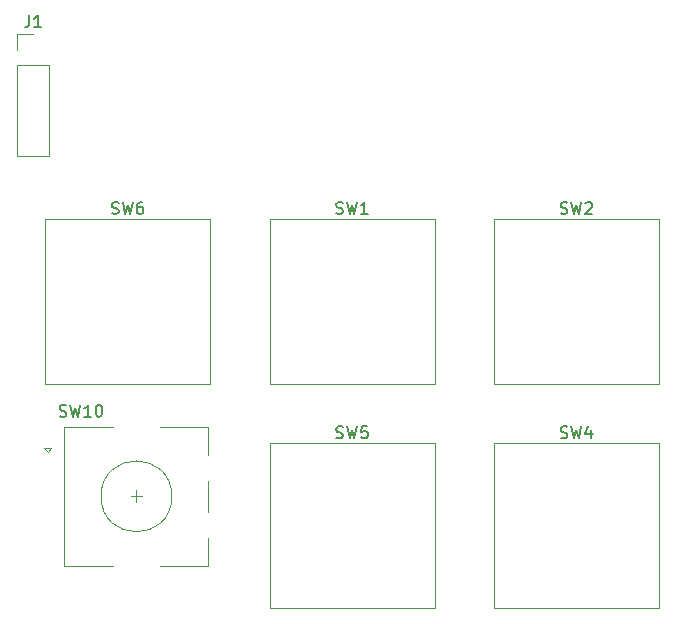
<source format=gbr>
%TF.GenerationSoftware,KiCad,Pcbnew,9.0.7-1.fc43*%
%TF.CreationDate,2026-02-19T19:52:45+02:00*%
%TF.ProjectId,Marcopad,4d617263-6f70-4616-942e-6b696361645f,rev?*%
%TF.SameCoordinates,Original*%
%TF.FileFunction,Legend,Top*%
%TF.FilePolarity,Positive*%
%FSLAX46Y46*%
G04 Gerber Fmt 4.6, Leading zero omitted, Abs format (unit mm)*
G04 Created by KiCad (PCBNEW 9.0.7-1.fc43) date 2026-02-19 19:52:45*
%MOMM*%
%LPD*%
G01*
G04 APERTURE LIST*
%ADD10C,0.150000*%
%ADD11C,0.120000*%
G04 APERTURE END LIST*
D10*
X101666667Y-55533200D02*
X101809524Y-55580819D01*
X101809524Y-55580819D02*
X102047619Y-55580819D01*
X102047619Y-55580819D02*
X102142857Y-55533200D01*
X102142857Y-55533200D02*
X102190476Y-55485580D01*
X102190476Y-55485580D02*
X102238095Y-55390342D01*
X102238095Y-55390342D02*
X102238095Y-55295104D01*
X102238095Y-55295104D02*
X102190476Y-55199866D01*
X102190476Y-55199866D02*
X102142857Y-55152247D01*
X102142857Y-55152247D02*
X102047619Y-55104628D01*
X102047619Y-55104628D02*
X101857143Y-55057009D01*
X101857143Y-55057009D02*
X101761905Y-55009390D01*
X101761905Y-55009390D02*
X101714286Y-54961771D01*
X101714286Y-54961771D02*
X101666667Y-54866533D01*
X101666667Y-54866533D02*
X101666667Y-54771295D01*
X101666667Y-54771295D02*
X101714286Y-54676057D01*
X101714286Y-54676057D02*
X101761905Y-54628438D01*
X101761905Y-54628438D02*
X101857143Y-54580819D01*
X101857143Y-54580819D02*
X102095238Y-54580819D01*
X102095238Y-54580819D02*
X102238095Y-54628438D01*
X102571429Y-54580819D02*
X102809524Y-55580819D01*
X102809524Y-55580819D02*
X103000000Y-54866533D01*
X103000000Y-54866533D02*
X103190476Y-55580819D01*
X103190476Y-55580819D02*
X103428572Y-54580819D01*
X104238095Y-54580819D02*
X104047619Y-54580819D01*
X104047619Y-54580819D02*
X103952381Y-54628438D01*
X103952381Y-54628438D02*
X103904762Y-54676057D01*
X103904762Y-54676057D02*
X103809524Y-54818914D01*
X103809524Y-54818914D02*
X103761905Y-55009390D01*
X103761905Y-55009390D02*
X103761905Y-55390342D01*
X103761905Y-55390342D02*
X103809524Y-55485580D01*
X103809524Y-55485580D02*
X103857143Y-55533200D01*
X103857143Y-55533200D02*
X103952381Y-55580819D01*
X103952381Y-55580819D02*
X104142857Y-55580819D01*
X104142857Y-55580819D02*
X104238095Y-55533200D01*
X104238095Y-55533200D02*
X104285714Y-55485580D01*
X104285714Y-55485580D02*
X104333333Y-55390342D01*
X104333333Y-55390342D02*
X104333333Y-55152247D01*
X104333333Y-55152247D02*
X104285714Y-55057009D01*
X104285714Y-55057009D02*
X104238095Y-55009390D01*
X104238095Y-55009390D02*
X104142857Y-54961771D01*
X104142857Y-54961771D02*
X103952381Y-54961771D01*
X103952381Y-54961771D02*
X103857143Y-55009390D01*
X103857143Y-55009390D02*
X103809524Y-55057009D01*
X103809524Y-55057009D02*
X103761905Y-55152247D01*
X120666667Y-55533200D02*
X120809524Y-55580819D01*
X120809524Y-55580819D02*
X121047619Y-55580819D01*
X121047619Y-55580819D02*
X121142857Y-55533200D01*
X121142857Y-55533200D02*
X121190476Y-55485580D01*
X121190476Y-55485580D02*
X121238095Y-55390342D01*
X121238095Y-55390342D02*
X121238095Y-55295104D01*
X121238095Y-55295104D02*
X121190476Y-55199866D01*
X121190476Y-55199866D02*
X121142857Y-55152247D01*
X121142857Y-55152247D02*
X121047619Y-55104628D01*
X121047619Y-55104628D02*
X120857143Y-55057009D01*
X120857143Y-55057009D02*
X120761905Y-55009390D01*
X120761905Y-55009390D02*
X120714286Y-54961771D01*
X120714286Y-54961771D02*
X120666667Y-54866533D01*
X120666667Y-54866533D02*
X120666667Y-54771295D01*
X120666667Y-54771295D02*
X120714286Y-54676057D01*
X120714286Y-54676057D02*
X120761905Y-54628438D01*
X120761905Y-54628438D02*
X120857143Y-54580819D01*
X120857143Y-54580819D02*
X121095238Y-54580819D01*
X121095238Y-54580819D02*
X121238095Y-54628438D01*
X121571429Y-54580819D02*
X121809524Y-55580819D01*
X121809524Y-55580819D02*
X122000000Y-54866533D01*
X122000000Y-54866533D02*
X122190476Y-55580819D01*
X122190476Y-55580819D02*
X122428572Y-54580819D01*
X123333333Y-55580819D02*
X122761905Y-55580819D01*
X123047619Y-55580819D02*
X123047619Y-54580819D01*
X123047619Y-54580819D02*
X122952381Y-54723676D01*
X122952381Y-54723676D02*
X122857143Y-54818914D01*
X122857143Y-54818914D02*
X122761905Y-54866533D01*
X139666667Y-74533200D02*
X139809524Y-74580819D01*
X139809524Y-74580819D02*
X140047619Y-74580819D01*
X140047619Y-74580819D02*
X140142857Y-74533200D01*
X140142857Y-74533200D02*
X140190476Y-74485580D01*
X140190476Y-74485580D02*
X140238095Y-74390342D01*
X140238095Y-74390342D02*
X140238095Y-74295104D01*
X140238095Y-74295104D02*
X140190476Y-74199866D01*
X140190476Y-74199866D02*
X140142857Y-74152247D01*
X140142857Y-74152247D02*
X140047619Y-74104628D01*
X140047619Y-74104628D02*
X139857143Y-74057009D01*
X139857143Y-74057009D02*
X139761905Y-74009390D01*
X139761905Y-74009390D02*
X139714286Y-73961771D01*
X139714286Y-73961771D02*
X139666667Y-73866533D01*
X139666667Y-73866533D02*
X139666667Y-73771295D01*
X139666667Y-73771295D02*
X139714286Y-73676057D01*
X139714286Y-73676057D02*
X139761905Y-73628438D01*
X139761905Y-73628438D02*
X139857143Y-73580819D01*
X139857143Y-73580819D02*
X140095238Y-73580819D01*
X140095238Y-73580819D02*
X140238095Y-73628438D01*
X140571429Y-73580819D02*
X140809524Y-74580819D01*
X140809524Y-74580819D02*
X141000000Y-73866533D01*
X141000000Y-73866533D02*
X141190476Y-74580819D01*
X141190476Y-74580819D02*
X141428572Y-73580819D01*
X142238095Y-73914152D02*
X142238095Y-74580819D01*
X142000000Y-73533200D02*
X141761905Y-74247485D01*
X141761905Y-74247485D02*
X142380952Y-74247485D01*
X94666666Y-38764819D02*
X94666666Y-39479104D01*
X94666666Y-39479104D02*
X94619047Y-39621961D01*
X94619047Y-39621961D02*
X94523809Y-39717200D01*
X94523809Y-39717200D02*
X94380952Y-39764819D01*
X94380952Y-39764819D02*
X94285714Y-39764819D01*
X95666666Y-39764819D02*
X95095238Y-39764819D01*
X95380952Y-39764819D02*
X95380952Y-38764819D01*
X95380952Y-38764819D02*
X95285714Y-38907676D01*
X95285714Y-38907676D02*
X95190476Y-39002914D01*
X95190476Y-39002914D02*
X95095238Y-39050533D01*
X120666667Y-74533200D02*
X120809524Y-74580819D01*
X120809524Y-74580819D02*
X121047619Y-74580819D01*
X121047619Y-74580819D02*
X121142857Y-74533200D01*
X121142857Y-74533200D02*
X121190476Y-74485580D01*
X121190476Y-74485580D02*
X121238095Y-74390342D01*
X121238095Y-74390342D02*
X121238095Y-74295104D01*
X121238095Y-74295104D02*
X121190476Y-74199866D01*
X121190476Y-74199866D02*
X121142857Y-74152247D01*
X121142857Y-74152247D02*
X121047619Y-74104628D01*
X121047619Y-74104628D02*
X120857143Y-74057009D01*
X120857143Y-74057009D02*
X120761905Y-74009390D01*
X120761905Y-74009390D02*
X120714286Y-73961771D01*
X120714286Y-73961771D02*
X120666667Y-73866533D01*
X120666667Y-73866533D02*
X120666667Y-73771295D01*
X120666667Y-73771295D02*
X120714286Y-73676057D01*
X120714286Y-73676057D02*
X120761905Y-73628438D01*
X120761905Y-73628438D02*
X120857143Y-73580819D01*
X120857143Y-73580819D02*
X121095238Y-73580819D01*
X121095238Y-73580819D02*
X121238095Y-73628438D01*
X121571429Y-73580819D02*
X121809524Y-74580819D01*
X121809524Y-74580819D02*
X122000000Y-73866533D01*
X122000000Y-73866533D02*
X122190476Y-74580819D01*
X122190476Y-74580819D02*
X122428572Y-73580819D01*
X123285714Y-73580819D02*
X122809524Y-73580819D01*
X122809524Y-73580819D02*
X122761905Y-74057009D01*
X122761905Y-74057009D02*
X122809524Y-74009390D01*
X122809524Y-74009390D02*
X122904762Y-73961771D01*
X122904762Y-73961771D02*
X123142857Y-73961771D01*
X123142857Y-73961771D02*
X123238095Y-74009390D01*
X123238095Y-74009390D02*
X123285714Y-74057009D01*
X123285714Y-74057009D02*
X123333333Y-74152247D01*
X123333333Y-74152247D02*
X123333333Y-74390342D01*
X123333333Y-74390342D02*
X123285714Y-74485580D01*
X123285714Y-74485580D02*
X123238095Y-74533200D01*
X123238095Y-74533200D02*
X123142857Y-74580819D01*
X123142857Y-74580819D02*
X122904762Y-74580819D01*
X122904762Y-74580819D02*
X122809524Y-74533200D01*
X122809524Y-74533200D02*
X122761905Y-74485580D01*
X139666667Y-55533200D02*
X139809524Y-55580819D01*
X139809524Y-55580819D02*
X140047619Y-55580819D01*
X140047619Y-55580819D02*
X140142857Y-55533200D01*
X140142857Y-55533200D02*
X140190476Y-55485580D01*
X140190476Y-55485580D02*
X140238095Y-55390342D01*
X140238095Y-55390342D02*
X140238095Y-55295104D01*
X140238095Y-55295104D02*
X140190476Y-55199866D01*
X140190476Y-55199866D02*
X140142857Y-55152247D01*
X140142857Y-55152247D02*
X140047619Y-55104628D01*
X140047619Y-55104628D02*
X139857143Y-55057009D01*
X139857143Y-55057009D02*
X139761905Y-55009390D01*
X139761905Y-55009390D02*
X139714286Y-54961771D01*
X139714286Y-54961771D02*
X139666667Y-54866533D01*
X139666667Y-54866533D02*
X139666667Y-54771295D01*
X139666667Y-54771295D02*
X139714286Y-54676057D01*
X139714286Y-54676057D02*
X139761905Y-54628438D01*
X139761905Y-54628438D02*
X139857143Y-54580819D01*
X139857143Y-54580819D02*
X140095238Y-54580819D01*
X140095238Y-54580819D02*
X140238095Y-54628438D01*
X140571429Y-54580819D02*
X140809524Y-55580819D01*
X140809524Y-55580819D02*
X141000000Y-54866533D01*
X141000000Y-54866533D02*
X141190476Y-55580819D01*
X141190476Y-55580819D02*
X141428572Y-54580819D01*
X141761905Y-54676057D02*
X141809524Y-54628438D01*
X141809524Y-54628438D02*
X141904762Y-54580819D01*
X141904762Y-54580819D02*
X142142857Y-54580819D01*
X142142857Y-54580819D02*
X142238095Y-54628438D01*
X142238095Y-54628438D02*
X142285714Y-54676057D01*
X142285714Y-54676057D02*
X142333333Y-54771295D01*
X142333333Y-54771295D02*
X142333333Y-54866533D01*
X142333333Y-54866533D02*
X142285714Y-55009390D01*
X142285714Y-55009390D02*
X141714286Y-55580819D01*
X141714286Y-55580819D02*
X142333333Y-55580819D01*
X97240476Y-72707200D02*
X97383333Y-72754819D01*
X97383333Y-72754819D02*
X97621428Y-72754819D01*
X97621428Y-72754819D02*
X97716666Y-72707200D01*
X97716666Y-72707200D02*
X97764285Y-72659580D01*
X97764285Y-72659580D02*
X97811904Y-72564342D01*
X97811904Y-72564342D02*
X97811904Y-72469104D01*
X97811904Y-72469104D02*
X97764285Y-72373866D01*
X97764285Y-72373866D02*
X97716666Y-72326247D01*
X97716666Y-72326247D02*
X97621428Y-72278628D01*
X97621428Y-72278628D02*
X97430952Y-72231009D01*
X97430952Y-72231009D02*
X97335714Y-72183390D01*
X97335714Y-72183390D02*
X97288095Y-72135771D01*
X97288095Y-72135771D02*
X97240476Y-72040533D01*
X97240476Y-72040533D02*
X97240476Y-71945295D01*
X97240476Y-71945295D02*
X97288095Y-71850057D01*
X97288095Y-71850057D02*
X97335714Y-71802438D01*
X97335714Y-71802438D02*
X97430952Y-71754819D01*
X97430952Y-71754819D02*
X97669047Y-71754819D01*
X97669047Y-71754819D02*
X97811904Y-71802438D01*
X98145238Y-71754819D02*
X98383333Y-72754819D01*
X98383333Y-72754819D02*
X98573809Y-72040533D01*
X98573809Y-72040533D02*
X98764285Y-72754819D01*
X98764285Y-72754819D02*
X99002381Y-71754819D01*
X99907142Y-72754819D02*
X99335714Y-72754819D01*
X99621428Y-72754819D02*
X99621428Y-71754819D01*
X99621428Y-71754819D02*
X99526190Y-71897676D01*
X99526190Y-71897676D02*
X99430952Y-71992914D01*
X99430952Y-71992914D02*
X99335714Y-72040533D01*
X100526190Y-71754819D02*
X100621428Y-71754819D01*
X100621428Y-71754819D02*
X100716666Y-71802438D01*
X100716666Y-71802438D02*
X100764285Y-71850057D01*
X100764285Y-71850057D02*
X100811904Y-71945295D01*
X100811904Y-71945295D02*
X100859523Y-72135771D01*
X100859523Y-72135771D02*
X100859523Y-72373866D01*
X100859523Y-72373866D02*
X100811904Y-72564342D01*
X100811904Y-72564342D02*
X100764285Y-72659580D01*
X100764285Y-72659580D02*
X100716666Y-72707200D01*
X100716666Y-72707200D02*
X100621428Y-72754819D01*
X100621428Y-72754819D02*
X100526190Y-72754819D01*
X100526190Y-72754819D02*
X100430952Y-72707200D01*
X100430952Y-72707200D02*
X100383333Y-72659580D01*
X100383333Y-72659580D02*
X100335714Y-72564342D01*
X100335714Y-72564342D02*
X100288095Y-72373866D01*
X100288095Y-72373866D02*
X100288095Y-72135771D01*
X100288095Y-72135771D02*
X100335714Y-71945295D01*
X100335714Y-71945295D02*
X100383333Y-71850057D01*
X100383333Y-71850057D02*
X100430952Y-71802438D01*
X100430952Y-71802438D02*
X100526190Y-71754819D01*
D11*
%TO.C,SW6*%
X96015000Y-56015000D02*
X109985000Y-56015000D01*
X96015000Y-69985000D02*
X96015000Y-56015000D01*
X109985000Y-56015000D02*
X109985000Y-69985000D01*
X109985000Y-69985000D02*
X96015000Y-69985000D01*
%TO.C,SW1*%
X115015000Y-56015000D02*
X128985000Y-56015000D01*
X115015000Y-69985000D02*
X115015000Y-56015000D01*
X128985000Y-56015000D02*
X128985000Y-69985000D01*
X128985000Y-69985000D02*
X115015000Y-69985000D01*
%TO.C,SW4*%
X134015000Y-75015000D02*
X147985000Y-75015000D01*
X134015000Y-88985000D02*
X134015000Y-75015000D01*
X147985000Y-75015000D02*
X147985000Y-88985000D01*
X147985000Y-88985000D02*
X134015000Y-88985000D01*
%TO.C,J1*%
X93620000Y-40310000D02*
X95000000Y-40310000D01*
X93620000Y-41690000D02*
X93620000Y-40310000D01*
X93620000Y-42960000D02*
X93620000Y-50690000D01*
X93620000Y-42960000D02*
X96380000Y-42960000D01*
X93620000Y-50690000D02*
X96380000Y-50690000D01*
X96380000Y-42960000D02*
X96380000Y-50690000D01*
%TO.C,SW5*%
X115015000Y-75015000D02*
X128985000Y-75015000D01*
X115015000Y-88985000D02*
X115015000Y-75015000D01*
X128985000Y-75015000D02*
X128985000Y-88985000D01*
X128985000Y-88985000D02*
X115015000Y-88985000D01*
%TO.C,SW2*%
X134015000Y-56015000D02*
X147985000Y-56015000D01*
X134015000Y-69985000D02*
X134015000Y-56015000D01*
X147985000Y-56015000D02*
X147985000Y-69985000D01*
X147985000Y-69985000D02*
X134015000Y-69985000D01*
%TO.C,SW10*%
X95950000Y-75400000D02*
X96550000Y-75400000D01*
X96250000Y-75700000D02*
X95950000Y-75400000D01*
X96550000Y-75400000D02*
X96250000Y-75700000D01*
X97650000Y-73600000D02*
X97650000Y-85400000D01*
X101750000Y-73600000D02*
X97650000Y-73600000D01*
X101750000Y-85400000D02*
X97650000Y-85400000D01*
X103250000Y-79500000D02*
X104250000Y-79500000D01*
X103750000Y-79000000D02*
X103750000Y-80000000D01*
X105750000Y-73600000D02*
X109850000Y-73600000D01*
X109850000Y-73600000D02*
X109850000Y-76000000D01*
X109850000Y-78200000D02*
X109850000Y-80800000D01*
X109850000Y-83000000D02*
X109850000Y-85400000D01*
X109850000Y-85400000D02*
X105750000Y-85400000D01*
X106750000Y-79500000D02*
G75*
G02*
X100750000Y-79500000I-3000000J0D01*
G01*
X100750000Y-79500000D02*
G75*
G02*
X106750000Y-79500000I3000000J0D01*
G01*
%TD*%
M02*

</source>
